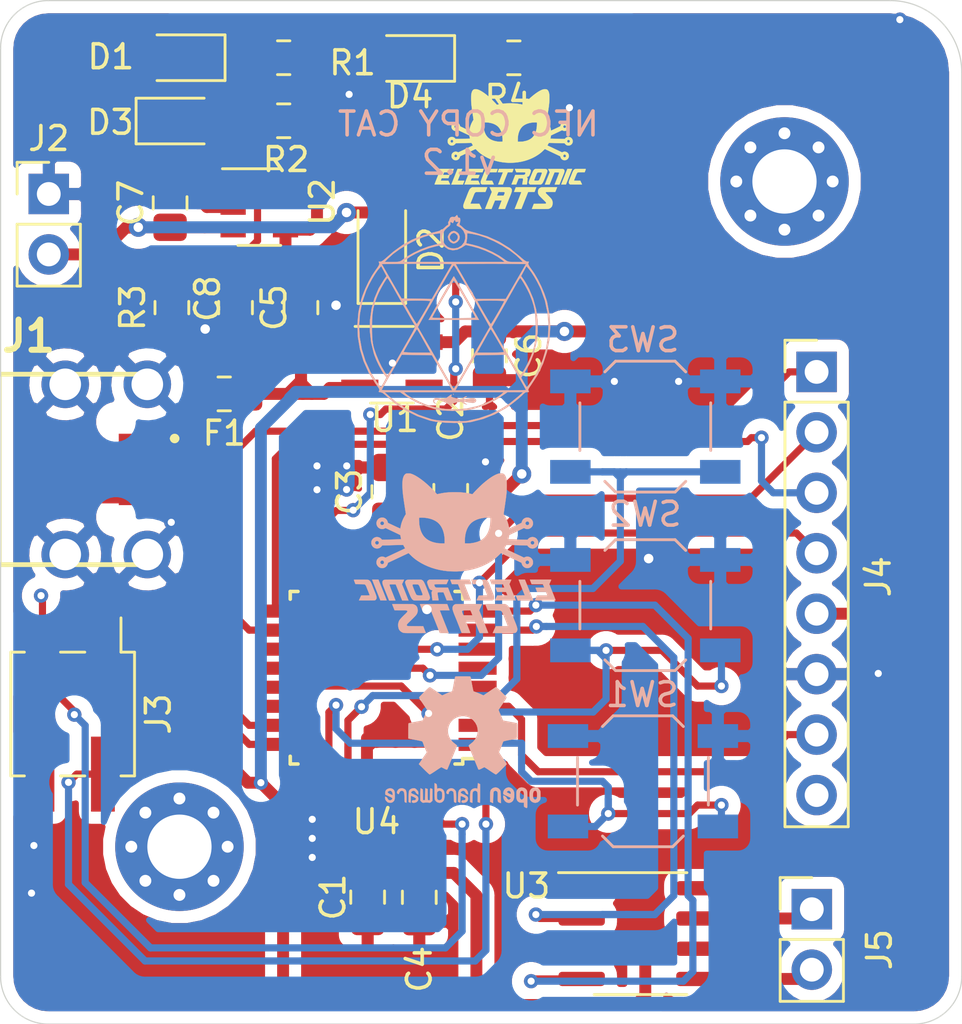
<source format=kicad_pcb>
(kicad_pcb (version 20171130) (host pcbnew "(5.1.0-0)")
  (layers (0 F.Cu signal hide) (31 B.Cu signal hide) (34 B.Paste user) (35 F.Paste user) (36 B.SilkS user) (37 F.SilkS user) (38 B.Mask user) (39 F.Mask user) (44 Edge.Cuts user))
  (net 0 "")
  (net 1 +3V3)
  (net 2 GND)
  (net 3 VCC)
  (net 4 "Net-(D1-Pad1)")
  (net 5 "Net-(D3-Pad1)")
  (net 6 "Net-(D3-Pad2)")
  (net 7 "Net-(F1-Pad2)")
  (net 8 /D-)
  (net 9 /D+)
  (net 10 "Net-(J1-Pad4)")
  (net 11 /SWDIO)
  (net 12 /SWCLK)
  (net 13 "/13(SCK)")
  (net 14 "/12(MISO)")
  (net 15 "/11(MOSI)")
  (net 16 "/10(SS)")
  (net 17 /IRQ)
  (net 18 /OUTA)
  (net 19 /OUTB)
  (net 20 "Net-(R3-Pad2)")
  (net 21 /RESET)
  (net 22 "Net-(U3-Pad1)")
  (net 23 /IN_A)
  (net 24 /IN_B)
  (net 25 "Net-(U3-Pad8)")
  (net 26 "Net-(U4-Pad1)")
  (net 27 "Net-(U4-Pad2)")
  (net 28 "Net-(U4-Pad4)")
  (net 29 "Net-(U4-Pad5)")
  (net 30 "Net-(U4-Pad6)")
  (net 31 "Net-(U4-Pad11)")
  (net 32 "Net-(U4-Pad12)")
  (net 33 "Net-(U4-Pad16)")
  (net 34 "Net-(U4-Pad21)")
  (net 35 "Net-(U4-Pad22)")
  (net 36 /SW1)
  (net 37 /SW2)
  (net 38 "Net-(J4-Pad8)")
  (net 39 "Net-(D4-Pad1)")
  (net 40 "Net-(C1-Pad1)")
  (net 41 +BATT)
  (net 42 /LED1)
  (net 43 /LED2)
  (net 44 /LED3)
  (module Connectors:U254051N4BH806 (layer F.Cu) (at 131.3815 68.8975 270)
    (fp_text reference J1 (at -5.6007 2.5019) (layer F.SilkS) (effects (font (size 1.27 1.27) (thickness 0.254))))
    (fp_text value USB_B_Micro hide)
    (pad 1 smd rect (at -1.3 -2.185 270) (size 0.4 1.8) (layers F.Cu F.Paste F.Mask) (net 7 "Net-(F1-Pad2)"))
    (pad 2 smd rect (at -0.65 -2.185 270) (size 0.4 1.8) (layers F.Cu F.Paste F.Mask) (net 8 /D-))
    (pad 3 smd rect (at 0 -2.185 270) (size 0.4 1.8) (layers F.Cu F.Paste F.Mask) (net 9 /D+))
    (pad 4 smd rect (at 0.65 -2.185 270) (size 0.4 1.8) (layers F.Cu F.Paste F.Mask) (net 10 "Net-(J1-Pad4)"))
    (pad 5 smd rect (at 1.3 -2.185 270) (size 0.4 1.8) (layers F.Cu F.Paste F.Mask) (net 2 GND))
    (pad 6 thru_hole circle (at -3.575 0.965 270) (size 2 2) (drill 1.3285) (layers *.Cu *.Mask) (net 2 GND))
    (pad 6 thru_hole circle (at 3.575 0.965 270) (size 2 2) (drill 1.3285) (layers *.Cu *.Mask) (net 2 GND))
    (pad 6 thru_hole circle (at 3.575 -2.485 270) (size 2 2) (drill 1.3285) (layers *.Cu *.Mask) (net 2 GND))
    (pad 6 thru_hole circle (at -3.575 -2.485 270) (size 2 2) (drill 1.3285) (layers *.Cu *.Mask) (net 2 GND))
    (pad MH5 np_thru_hole circle (at -2 -1.165 270) (size 0.65 0) (drill 0.65) (layers *.Cu *.Mask))
    (pad MH6 np_thru_hole circle (at 2 -1.165 270) (size 0.65 0) (drill 0.65) (layers *.Cu *.Mask))
  )
  (module Button_Switch_SMD:SW_SPST_TL3342 (layer B.Cu) (at 154.8 74.6)
    (fp_text reference SW2 (at -0.01 -3.82) (layer B.SilkS) (effects (justify mirror)))
    (fp_text value Magspoof)
    (pad 1 smd rect (at -3.15 1.9) (size 1.7 1) (layers B.Cu B.Paste B.Mask) (net 36 /SW1))
    (pad 1 smd rect (at 3.15 1.9) (size 1.7 1) (layers B.Cu B.Paste B.Mask) (net 36 /SW1))
    (pad 2 smd rect (at -3.15 -1.9) (size 1.7 1) (layers B.Cu B.Paste B.Mask) (net 2 GND))
    (pad 2 smd rect (at 3.15 -1.9) (size 1.7 1) (layers B.Cu B.Paste B.Mask) (net 2 GND))
  )
  (module Button_Switch_SMD:SW_SPST_TL3342 (layer B.Cu) (at 154.8 67.1)
    (fp_text reference SW3 (at -0.1 -3.65 180) (layer B.SilkS) (effects (justify mirror)))
    (fp_text value NFC)
    (pad 1 smd rect (at -3.15 1.9) (size 1.7 1) (layers B.Cu B.Paste B.Mask) (net 37 /SW2))
    (pad 1 smd rect (at 3.15 1.9) (size 1.7 1) (layers B.Cu B.Paste B.Mask) (net 37 /SW2))
    (pad 2 smd rect (at -3.15 -1.9) (size 1.7 1) (layers B.Cu B.Paste B.Mask) (net 2 GND))
    (pad 2 smd rect (at 3.15 -1.9) (size 1.7 1) (layers B.Cu B.Paste B.Mask) (net 2 GND))
  )
  (module Aesthetics:electronic_cats_logo_8x6 (layer B.Cu) (at 146.79 72.42 180)
    (fp_text reference G*** hide)
    (fp_text value LOGO hide)
  )
  (module Imágenes:alm (layer B.Cu) (at 146.68 62.58 180)
    (fp_text reference G*** hide)
    (fp_text value LOGO hide)
  )
  (module Symbol:OSHW-Logo2_7.3x6mm_SilkScreen (layer B.Cu) (at 147.13 80.35 180)
    (fp_text reference REF** hide)
    (fp_text value OSHW-Logo2_7.3x6mm_SilkScreen hide)
  )
  (module Aesthetics:electronic_cats_logo_4x3 (layer F.Cu) (at 149.12 55.44)
    (fp_text reference G*** hide)
    (fp_text value LOGO hide)
  )
  (module Package_QFP:TQFP-32_7x7mm_P0.8mm (layer F.Cu) (at 143.5 77.65 180)
    (fp_text reference U4 (at 0 -6.05) (layer F.SilkS))
    (fp_text value ATSAMD21E18A)
    (pad 1 smd rect (at -4.25 -2.8 180) (size 1.6 0.55) (layers F.Cu F.Paste F.Mask) (net 26 "Net-(U4-Pad1)"))
    (pad 2 smd rect (at -4.25 -2 180) (size 1.6 0.55) (layers F.Cu F.Paste F.Mask) (net 27 "Net-(U4-Pad2)"))
    (pad 3 smd rect (at -4.25 -1.2 180) (size 1.6 0.55) (layers F.Cu F.Paste F.Mask) (net 17 /IRQ))
    (pad 4 smd rect (at -4.25 -0.4 180) (size 1.6 0.55) (layers F.Cu F.Paste F.Mask) (net 28 "Net-(U4-Pad4)"))
    (pad 5 smd rect (at -4.25 0.4 180) (size 1.6 0.55) (layers F.Cu F.Paste F.Mask) (net 29 "Net-(U4-Pad5)"))
    (pad 6 smd rect (at -4.25 1.2 180) (size 1.6 0.55) (layers F.Cu F.Paste F.Mask) (net 30 "Net-(U4-Pad6)"))
    (pad 7 smd rect (at -4.25 2 180) (size 1.6 0.55) (layers F.Cu F.Paste F.Mask) (net 23 /IN_A))
    (pad 8 smd rect (at -4.25 2.8 180) (size 1.6 0.55) (layers F.Cu F.Paste F.Mask) (net 24 /IN_B))
    (pad 9 smd rect (at -2.8 4.25 270) (size 1.6 0.55) (layers F.Cu F.Paste F.Mask) (net 1 +3V3))
    (pad 10 smd rect (at -2 4.25 270) (size 1.6 0.55) (layers F.Cu F.Paste F.Mask) (net 2 GND))
    (pad 11 smd rect (at -1.2 4.25 270) (size 1.6 0.55) (layers F.Cu F.Paste F.Mask) (net 31 "Net-(U4-Pad11)"))
    (pad 12 smd rect (at -0.4 4.25 270) (size 1.6 0.55) (layers F.Cu F.Paste F.Mask) (net 32 "Net-(U4-Pad12)"))
    (pad 13 smd rect (at 0.4 4.25 270) (size 1.6 0.55) (layers F.Cu F.Paste F.Mask) (net 44 /LED3))
    (pad 14 smd rect (at 1.2 4.25 270) (size 1.6 0.55) (layers F.Cu F.Paste F.Mask) (net 43 /LED2))
    (pad 15 smd rect (at 2 4.25 270) (size 1.6 0.55) (layers F.Cu F.Paste F.Mask) (net 42 /LED1))
    (pad 16 smd rect (at 2.8 4.25 270) (size 1.6 0.55) (layers F.Cu F.Paste F.Mask) (net 33 "Net-(U4-Pad16)"))
    (pad 17 smd rect (at 4.25 2.8 180) (size 1.6 0.55) (layers F.Cu F.Paste F.Mask) (net 15 "/11(MOSI)"))
    (pad 18 smd rect (at 4.25 2 180) (size 1.6 0.55) (layers F.Cu F.Paste F.Mask) (net 13 "/13(SCK)"))
    (pad 19 smd rect (at 4.25 1.2 180) (size 1.6 0.55) (layers F.Cu F.Paste F.Mask) (net 16 "/10(SS)"))
    (pad 20 smd rect (at 4.25 0.4 180) (size 1.6 0.55) (layers F.Cu F.Paste F.Mask) (net 14 "/12(MISO)"))
    (pad 21 smd rect (at 4.25 -0.4 180) (size 1.6 0.55) (layers F.Cu F.Paste F.Mask) (net 34 "Net-(U4-Pad21)"))
    (pad 22 smd rect (at 4.25 -1.2 180) (size 1.6 0.55) (layers F.Cu F.Paste F.Mask) (net 35 "Net-(U4-Pad22)"))
    (pad 23 smd rect (at 4.25 -2 180) (size 1.6 0.55) (layers F.Cu F.Paste F.Mask) (net 8 /D-))
    (pad 24 smd rect (at 4.25 -2.8 180) (size 1.6 0.55) (layers F.Cu F.Paste F.Mask) (net 9 /D+))
    (pad 25 smd rect (at 2.8 -4.25 270) (size 1.6 0.55) (layers F.Cu F.Paste F.Mask) (net 36 /SW1))
    (pad 26 smd rect (at 2 -4.25 270) (size 1.6 0.55) (layers F.Cu F.Paste F.Mask) (net 21 /RESET))
    (pad 27 smd rect (at 1.2 -4.25 270) (size 1.6 0.55) (layers F.Cu F.Paste F.Mask) (net 37 /SW2))
    (pad 28 smd rect (at 0.4 -4.25 270) (size 1.6 0.55) (layers F.Cu F.Paste F.Mask) (net 2 GND))
    (pad 29 smd rect (at -0.4 -4.25 270) (size 1.6 0.55) (layers F.Cu F.Paste F.Mask) (net 40 "Net-(C1-Pad1)"))
    (pad 30 smd rect (at -1.2 -4.25 270) (size 1.6 0.55) (layers F.Cu F.Paste F.Mask) (net 1 +3V3))
    (pad 31 smd rect (at -2 -4.25 270) (size 1.6 0.55) (layers F.Cu F.Paste F.Mask) (net 12 /SWCLK))
    (pad 32 smd rect (at -2.8 -4.25 270) (size 1.6 0.55) (layers F.Cu F.Paste F.Mask) (net 11 /SWDIO))
  )
  (module Package_SO:SOIC-8_3.9x4.9mm_P1.27mm (layer F.Cu) (at 154.6 88.4)
    (fp_text reference U3 (at -4.8 -2) (layer F.SilkS))
    (fp_text value TC4424)
    (pad 1 smd roundrect (at -2.475 -1.905) (size 1.95 0.6) (layers F.Cu F.Paste F.Mask) (net 22 "Net-(U3-Pad1)"))
    (pad 2 smd roundrect (at -2.475 -0.635) (size 1.95 0.6) (layers F.Cu F.Paste F.Mask) (net 23 /IN_A))
    (pad 3 smd roundrect (at -2.475 0.635) (size 1.95 0.6) (layers F.Cu F.Paste F.Mask) (net 2 GND))
    (pad 4 smd roundrect (at -2.475 1.905) (size 1.95 0.6) (layers F.Cu F.Paste F.Mask) (net 24 /IN_B))
    (pad 5 smd roundrect (at 2.475 1.905) (size 1.95 0.6) (layers F.Cu F.Paste F.Mask) (net 19 /OUTB))
    (pad 6 smd roundrect (at 2.475 0.635) (size 1.95 0.6) (layers F.Cu F.Paste F.Mask) (net 1 +3V3))
    (pad 7 smd roundrect (at 2.475 -0.635) (size 1.95 0.6) (layers F.Cu F.Paste F.Mask) (net 18 /OUTA))
    (pad 8 smd roundrect (at 2.475 -1.905) (size 1.95 0.6) (layers F.Cu F.Paste F.Mask) (net 25 "Net-(U3-Pad8)"))
  )
  (module MountingHole:MountingHole_2.7mm_M2.5_Pad_Via (layer F.Cu) (at 160.65 56.8)
    (fp_text reference " " (at 0 -3.7) (layer F.SilkS))
    (fp_text value MountingHole_2.7mm_M2.5_Pad_Via)
    (pad 1 thru_hole circle (at 1.431891 -1.431891) (size 0.8 0.8) (drill 0.5) (layers *.Cu *.Mask))
    (pad 1 thru_hole circle (at 0 -2.025) (size 0.8 0.8) (drill 0.5) (layers *.Cu *.Mask))
    (pad 1 thru_hole circle (at -1.431891 -1.431891) (size 0.8 0.8) (drill 0.5) (layers *.Cu *.Mask))
    (pad 1 thru_hole circle (at -2.025 0) (size 0.8 0.8) (drill 0.5) (layers *.Cu *.Mask))
    (pad 1 thru_hole circle (at -1.431891 1.431891) (size 0.8 0.8) (drill 0.5) (layers *.Cu *.Mask))
    (pad 1 thru_hole circle (at 0 2.025) (size 0.8 0.8) (drill 0.5) (layers *.Cu *.Mask))
    (pad 1 thru_hole circle (at 1.431891 1.431891) (size 0.8 0.8) (drill 0.5) (layers *.Cu *.Mask))
    (pad 1 thru_hole circle (at 2.025 0) (size 0.8 0.8) (drill 0.5) (layers *.Cu *.Mask))
    (pad 1 thru_hole circle (at 0 0) (size 5.4 5.4) (drill 2.7) (layers *.Cu *.Mask))
  )
  (module MountingHole:MountingHole_2.7mm_M2.5_Pad_Via (layer F.Cu) (at 135.218109 84.75)
    (fp_text reference " " (at 0 -3.7) (layer F.SilkS))
    (fp_text value MountingHole_2.7mm_M2.5_Pad_Via)
    (pad 1 thru_hole circle (at 1.431891 -1.431891) (size 0.8 0.8) (drill 0.5) (layers *.Cu *.Mask))
    (pad 1 thru_hole circle (at 0 -2.025) (size 0.8 0.8) (drill 0.5) (layers *.Cu *.Mask))
    (pad 1 thru_hole circle (at -1.431891 -1.431891) (size 0.8 0.8) (drill 0.5) (layers *.Cu *.Mask))
    (pad 1 thru_hole circle (at -2.025 0) (size 0.8 0.8) (drill 0.5) (layers *.Cu *.Mask))
    (pad 1 thru_hole circle (at -1.431891 1.431891) (size 0.8 0.8) (drill 0.5) (layers *.Cu *.Mask))
    (pad 1 thru_hole circle (at 0 2.025) (size 0.8 0.8) (drill 0.5) (layers *.Cu *.Mask))
    (pad 1 thru_hole circle (at 1.431891 1.431891) (size 0.8 0.8) (drill 0.5) (layers *.Cu *.Mask))
    (pad 1 thru_hole circle (at 2.025 0) (size 0.8 0.8) (drill 0.5) (layers *.Cu *.Mask))
    (pad 1 thru_hole circle (at 0 0) (size 5.4 5.4) (drill 2.7) (layers *.Cu *.Mask))
  )
  (module Connector_PinHeader_2.54mm:PinHeader_1x08_P2.54mm_Vertical (layer F.Cu) (at 162 64.8)
    (fp_text reference J4 (at 2.592 8.606 90) (layer F.SilkS))
    (fp_text value "NFC Module V3")
    (pad 1 thru_hole rect (at 0 0) (size 1.7 1.7) (drill 1) (layers *.Cu *.Mask) (net 13 "/13(SCK)"))
    (pad 2 thru_hole oval (at 0 2.54) (size 1.7 1.7) (drill 1) (layers *.Cu *.Mask) (net 14 "/12(MISO)"))
    (pad 3 thru_hole oval (at 0 5.08) (size 1.7 1.7) (drill 1) (layers *.Cu *.Mask) (net 15 "/11(MOSI)"))
    (pad 4 thru_hole oval (at 0 7.62) (size 1.7 1.7) (drill 1) (layers *.Cu *.Mask) (net 16 "/10(SS)"))
    (pad 5 thru_hole oval (at 0 10.16) (size 1.7 1.7) (drill 1) (layers *.Cu *.Mask) (net 1 +3V3))
    (pad 6 thru_hole oval (at 0 12.7) (size 1.7 1.7) (drill 1) (layers *.Cu *.Mask) (net 2 GND))
    (pad 7 thru_hole oval (at 0 15.24) (size 1.7 1.7) (drill 1) (layers *.Cu *.Mask) (net 17 /IRQ))
    (pad 8 thru_hole oval (at 0 17.78) (size 1.7 1.7) (drill 1) (layers *.Cu *.Mask) (net 38 "Net-(J4-Pad8)"))
  )
  (module Capacitor_SMD:C_0805_2012Metric_Pad1.15x1.40mm_HandSolder (layer F.Cu) (at 143.129 86.868 270)
    (fp_text reference C1 (at 0 1.457 90) (layer F.SilkS))
    (fp_text value 0.1uf)
    (pad 1 smd roundrect (at -1.025 0 270) (size 1.15 1.4) (layers F.Cu F.Paste F.Mask) (roundrect_rratio 0.217391) (net 40 "Net-(C1-Pad1)"))
    (pad 2 smd roundrect (at 1.025 0 270) (size 1.15 1.4) (layers F.Cu F.Paste F.Mask) (roundrect_rratio 0.217391) (net 2 GND))
  )
  (module Capacitor_SMD:C_0805_2012Metric_Pad1.15x1.40mm_HandSolder (layer F.Cu) (at 146.6215 69.7865 90)
    (fp_text reference C2 (at 3.025 0 -90) (layer F.SilkS))
    (fp_text value 0.1uf)
    (pad 2 smd roundrect (at 1.025 0 90) (size 1.15 1.4) (layers F.Cu F.Paste F.Mask) (roundrect_rratio 0.217391) (net 2 GND))
    (pad 1 smd roundrect (at -1.025 0 90) (size 1.15 1.4) (layers F.Cu F.Paste F.Mask) (roundrect_rratio 0.217391) (net 1 +3V3))
  )
  (module Capacitor_SMD:C_0805_2012Metric_Pad1.15x1.40mm_HandSolder (layer F.Cu) (at 144.018 69.841 90)
    (fp_text reference C3 (at 0 -1.65 90) (layer F.SilkS))
    (fp_text value 0.1uf)
    (pad 1 smd roundrect (at -1.025 0 90) (size 1.15 1.4) (layers F.Cu F.Paste F.Mask) (roundrect_rratio 0.217391) (net 1 +3V3))
    (pad 2 smd roundrect (at 1.025 0 90) (size 1.15 1.4) (layers F.Cu F.Paste F.Mask) (roundrect_rratio 0.217391) (net 2 GND))
  )
  (module Capacitor_SMD:C_0805_2012Metric_Pad1.15x1.40mm_HandSolder (layer F.Cu) (at 145.3 86.875 270)
    (fp_text reference C4 (at 3.025 0 90) (layer F.SilkS))
    (fp_text value 0.1uf)
    (pad 2 smd roundrect (at 1.025 0 270) (size 1.15 1.4) (layers F.Cu F.Paste F.Mask) (roundrect_rratio 0.217391) (net 2 GND))
    (pad 1 smd roundrect (at -1.025 0 270) (size 1.15 1.4) (layers F.Cu F.Paste F.Mask) (roundrect_rratio 0.217391) (net 1 +3V3))
  )
  (module Capacitor_SMD:C_0805_2012Metric_Pad1.15x1.40mm_HandSolder (layer F.Cu) (at 140.325 62.1 90)
    (fp_text reference C5 (at 0 -1.133 90) (layer F.SilkS))
    (fp_text value 1uf)
    (pad 1 smd roundrect (at -1.025 0 90) (size 1.15 1.4) (layers F.Cu F.Paste F.Mask) (roundrect_rratio 0.217391) (net 3 VCC))
    (pad 2 smd roundrect (at 1.025 0 90) (size 1.15 1.4) (layers F.Cu F.Paste F.Mask) (roundrect_rratio 0.217391) (net 2 GND))
  )
  (module Capacitor_SMD:C_0805_2012Metric_Pad1.15x1.40mm_HandSolder (layer F.Cu) (at 148.25 64.125 270)
    (fp_text reference C6 (at 0 -1.65 90) (layer F.SilkS))
    (fp_text value 10uf)
    (pad 2 smd roundrect (at 1.025 0 270) (size 1.15 1.4) (layers F.Cu F.Paste F.Mask) (roundrect_rratio 0.217391) (net 2 GND))
    (pad 1 smd roundrect (at -1.025 0 270) (size 1.15 1.4) (layers F.Cu F.Paste F.Mask) (roundrect_rratio 0.217391) (net 1 +3V3))
  )
  (module Capacitor_SMD:C_0805_2012Metric_Pad1.15x1.40mm_HandSolder (layer F.Cu) (at 134.825 57.7 90)
    (fp_text reference C7 (at 0 -1.65 90) (layer F.SilkS))
    (fp_text value 10uf)
    (pad 2 smd roundrect (at 1.025 0 90) (size 1.15 1.4) (layers F.Cu F.Paste F.Mask) (roundrect_rratio 0.217391) (net 2 GND))
    (pad 1 smd roundrect (at -1.025 0 90) (size 1.15 1.4) (layers F.Cu F.Paste F.Mask) (roundrect_rratio 0.217391) (net 41 +BATT))
  )
  (module Capacitor_SMD:C_0805_2012Metric_Pad1.15x1.40mm_HandSolder (layer F.Cu) (at 137.575 62.1 270)
    (fp_text reference C8 (at -0.378 1.177 90) (layer F.SilkS))
    (fp_text value 10uf)
    (pad 1 smd roundrect (at -1.025 0 270) (size 1.15 1.4) (layers F.Cu F.Paste F.Mask) (roundrect_rratio 0.217391) (net 3 VCC))
    (pad 2 smd roundrect (at 1.025 0 270) (size 1.15 1.4) (layers F.Cu F.Paste F.Mask) (roundrect_rratio 0.217391) (net 2 GND))
  )
  (module LED_SMD:LED_0805_2012Metric_Pad1.15x1.40mm_HandSolder (layer F.Cu) (at 135.275 51.6 180)
    (fp_text reference D1 (at 2.941 0.038) (layer F.SilkS))
    (fp_text value POWER)
    (pad 1 smd roundrect (at -1.025 0 180) (size 1.15 1.4) (layers F.Cu F.Paste F.Mask) (roundrect_rratio 0.217391) (net 4 "Net-(D1-Pad1)"))
    (pad 2 smd roundrect (at 1.025 0 180) (size 1.15 1.4) (layers F.Cu F.Paste F.Mask) (roundrect_rratio 0.217391) (net 1 +3V3))
  )
  (module Diode_SMD:D_SOD-123 (layer F.Cu) (at 143.725 59.675 90)
    (fp_text reference D2 (at 0 2.071 90) (layer F.SilkS))
    (fp_text value MBR120)
    (pad 1 smd rect (at -1.65 0 90) (size 0.9 1.2) (layers F.Cu F.Paste F.Mask) (net 3 VCC))
    (pad 2 smd rect (at 1.65 0 90) (size 0.9 1.2) (layers F.Cu F.Paste F.Mask) (net 41 +BATT))
  )
  (module LED_SMD:LED_0805_2012Metric_Pad1.15x1.40mm_HandSolder (layer F.Cu) (at 135.255 54.26)
    (fp_text reference D3 (at -2.941 0.056) (layer F.SilkS))
    (fp_text value LED)
    (pad 2 smd roundrect (at 1.025 0) (size 1.15 1.4) (layers F.Cu F.Paste F.Mask) (roundrect_rratio 0.217391) (net 6 "Net-(D3-Pad2)"))
    (pad 1 smd roundrect (at -1.025 0) (size 1.15 1.4) (layers F.Cu F.Paste F.Mask) (roundrect_rratio 0.217391) (net 5 "Net-(D3-Pad1)"))
  )
  (module Fuse:Fuse_0805_2012Metric_Pad1.15x1.40mm_HandSolder (layer F.Cu) (at 137.1 65.725 180)
    (fp_text reference F1 (at 0 -1.65) (layer F.SilkS))
    (fp_text value Polyfuse)
    (pad 1 smd roundrect (at -1.025 0 180) (size 1.15 1.4) (layers F.Cu F.Paste F.Mask) (roundrect_rratio 0.217391) (net 3 VCC))
    (pad 2 smd roundrect (at 1.025 0 180) (size 1.15 1.4) (layers F.Cu F.Paste F.Mask) (roundrect_rratio 0.217391) (net 7 "Net-(F1-Pad2)"))
  )
  (module Connector_PinHeader_2.54mm:PinHeader_1x02_P2.54mm_Vertical (layer F.Cu) (at 129.725 57.325)
    (fp_text reference J2 (at 0 -2.33) (layer F.SilkS))
    (fp_text value Battery)
    (pad 1 thru_hole rect (at 0 0) (size 1.7 1.7) (drill 1) (layers *.Cu *.Mask) (net 2 GND))
    (pad 2 thru_hole oval (at 0 2.54) (size 1.7 1.7) (drill 1) (layers *.Cu *.Mask) (net 41 +BATT))
  )
  (module Connector_PinHeader_2.54mm:PinHeader_2x02_P2.54mm_Vertical_SMD (layer F.Cu) (at 130.73 79.175 270)
    (fp_text reference J3 (at 0 -3.6 90) (layer F.SilkS))
    (fp_text value Conn_02x02_Counter_Clockwise)
    (pad 1 smd rect (at -2.525 -1.27 270) (size 3.15 1) (layers F.Cu F.Paste F.Mask) (net 1 +3V3))
    (pad 2 smd rect (at 2.525 -1.27 270) (size 3.15 1) (layers F.Cu F.Paste F.Mask) (net 11 /SWDIO))
    (pad 3 smd rect (at -2.525 1.27 270) (size 3.15 1) (layers F.Cu F.Paste F.Mask) (net 12 /SWCLK))
    (pad 4 smd rect (at 2.525 1.27 270) (size 3.15 1) (layers F.Cu F.Paste F.Mask) (net 2 GND))
  )
  (module Connector_PinHeader_2.54mm:PinHeader_1x02_P2.54mm_Vertical (layer F.Cu) (at 161.798 87.376)
    (fp_text reference J5 (at 2.842 1.696 90) (layer F.SilkS))
    (fp_text value Conn_01x02)
    (pad 2 thru_hole oval (at 0 2.54) (size 1.7 1.7) (drill 1) (layers *.Cu *.Mask) (net 19 /OUTB))
    (pad 1 thru_hole rect (at 0 0) (size 1.7 1.7) (drill 1) (layers *.Cu *.Mask) (net 18 /OUTA))
  )
  (module Resistor_SMD:R_0805_2012Metric_Pad1.15x1.40mm_HandSolder (layer F.Cu) (at 139.6 51.6)
    (fp_text reference R1 (at 2.894 0.216) (layer F.SilkS))
    (fp_text value 330)
    (pad 1 smd roundrect (at -1.025 0) (size 1.15 1.4) (layers F.Cu F.Paste F.Mask) (roundrect_rratio 0.217391) (net 4 "Net-(D1-Pad1)"))
    (pad 2 smd roundrect (at 1.025 0) (size 1.15 1.4) (layers F.Cu F.Paste F.Mask) (roundrect_rratio 0.217391) (net 2 GND))
  )
  (module Resistor_SMD:R_0805_2012Metric_Pad1.15x1.40mm_HandSolder (layer F.Cu) (at 139.6 54.25 180)
    (fp_text reference R2 (at -0.1 -1.63) (layer F.SilkS))
    (fp_text value 1k)
    (pad 1 smd roundrect (at -1.025 0 180) (size 1.15 1.4) (layers F.Cu F.Paste F.Mask) (roundrect_rratio 0.217391) (net 3 VCC))
    (pad 2 smd roundrect (at 1.025 0 180) (size 1.15 1.4) (layers F.Cu F.Paste F.Mask) (roundrect_rratio 0.217391) (net 6 "Net-(D3-Pad2)"))
  )
  (module Resistor_SMD:R_0805_2012Metric_Pad1.15x1.40mm_HandSolder (layer F.Cu) (at 134.9 62.1 90)
    (fp_text reference R3 (at 0 -1.65 90) (layer F.SilkS))
    (fp_text value 2.2k)
    (pad 2 smd roundrect (at 1.025 0 90) (size 1.15 1.4) (layers F.Cu F.Paste F.Mask) (roundrect_rratio 0.217391) (net 20 "Net-(R3-Pad2)"))
    (pad 1 smd roundrect (at -1.025 0 90) (size 1.15 1.4) (layers F.Cu F.Paste F.Mask) (roundrect_rratio 0.217391) (net 2 GND))
  )
  (module Button_Switch_SMD:SW_SPST_TL3342 (layer B.Cu) (at 154.7 82)
    (fp_text reference SW1 (at -0.03 -3.64) (layer B.SilkS) (effects (justify mirror)))
    (fp_text value RST)
    (pad 1 smd rect (at -3.15 1.9) (size 1.7 1) (layers B.Cu B.Paste B.Mask) (net 21 /RESET))
    (pad 1 smd rect (at 3.15 1.9) (size 1.7 1) (layers B.Cu B.Paste B.Mask) (net 21 /RESET))
    (pad 2 smd rect (at -3.15 -1.9) (size 1.7 1) (layers B.Cu B.Paste B.Mask) (net 2 GND))
    (pad 2 smd rect (at 3.15 -1.9) (size 1.7 1) (layers B.Cu B.Paste B.Mask) (net 2 GND))
  )
  (module Package_TO_SOT_SMD:SOT-23-5_HandSoldering (layer F.Cu) (at 144.15 64.5)
    (fp_text reference U1 (at 0.122 2.302) (layer F.SilkS))
    (fp_text value AP2112K-3.3TRG1)
    (pad 1 smd rect (at -1.35 -0.95) (size 1.56 0.65) (layers F.Cu F.Paste F.Mask) (net 3 VCC))
    (pad 2 smd rect (at -1.35 0) (size 1.56 0.65) (layers F.Cu F.Paste F.Mask) (net 2 GND))
    (pad 3 smd rect (at -1.35 0.95) (size 1.56 0.65) (layers F.Cu F.Paste F.Mask) (net 3 VCC))
    (pad 4 smd rect (at 1.35 0.95) (size 1.56 0.65) (layers F.Cu F.Paste F.Mask))
    (pad 5 smd rect (at 1.35 -0.95) (size 1.56 0.65) (layers F.Cu F.Paste F.Mask) (net 1 +3V3))
  )
  (module Package_TO_SOT_SMD:SOT-23-5 (layer F.Cu) (at 138.575 57.875)
    (fp_text reference U2 (at 2.649 -0.217 90) (layer F.SilkS))
    (fp_text value MCP73831-2-OT)
    (pad 1 smd rect (at -1.1 -0.95) (size 1.06 0.65) (layers F.Cu F.Paste F.Mask) (net 5 "Net-(D3-Pad1)"))
    (pad 2 smd rect (at -1.1 0) (size 1.06 0.65) (layers F.Cu F.Paste F.Mask) (net 2 GND))
    (pad 3 smd rect (at -1.1 0.95) (size 1.06 0.65) (layers F.Cu F.Paste F.Mask) (net 41 +BATT))
    (pad 4 smd rect (at 1.1 0.95) (size 1.06 0.65) (layers F.Cu F.Paste F.Mask) (net 3 VCC))
    (pad 5 smd rect (at 1.1 -0.95) (size 1.06 0.65) (layers F.Cu F.Paste F.Mask) (net 20 "Net-(R3-Pad2)"))
  )
  (module LED_SMD:LED_0805_2012Metric_Pad1.15x1.40mm_HandSolder (layer F.Cu) (at 144.925 51.63 180)
    (fp_text reference D4 (at 0.015 -1.57) (layer F.SilkS))
    (fp_text value LED)
    (pad 1 smd roundrect (at -1.025 0 180) (size 1.15 1.4) (layers F.Cu F.Paste F.Mask) (roundrect_rratio 0.217391) (net 39 "Net-(D4-Pad1)"))
    (pad 2 smd roundrect (at 1.025 0 180) (size 1.15 1.4) (layers F.Cu F.Paste F.Mask) (roundrect_rratio 0.217391) (net 42 /LED1))
  )
  (module Resistor_SMD:R_0805_2012Metric_Pad1.15x1.40mm_HandSolder (layer F.Cu) (at 149.275001 51.605001)
    (fp_text reference R4 (at -0.255001 1.664999) (layer F.SilkS))
    (fp_text value 330)
    (pad 1 smd roundrect (at -1.025 0) (size 1.15 1.4) (layers F.Cu F.Paste F.Mask) (roundrect_rratio 0.217391) (net 39 "Net-(D4-Pad1)"))
    (pad 2 smd roundrect (at 1.025 0) (size 1.15 1.4) (layers F.Cu F.Paste F.Mask) (roundrect_rratio 0.217391) (net 2 GND))
  )
  (gr_text "NFC COPY CAT \nv1.2" (at 146.98 55.19) (layer B.SilkS) (effects (font (size 1 1)) (justify mirror)))
  (gr_arc (start 129.7 90.2) (end 127.7 90.2) (angle -90) (layer Edge.Cuts) (width 0.05))
  (gr_arc (start 166.1 90.2) (end 166.1 92.2) (angle -90) (layer Edge.Cuts) (width 0.05))
  (gr_arc (start 129.7 51.2) (end 129.7 49.2) (angle -90) (layer Edge.Cuts) (width 0.05))
  (gr_arc (start 165.1 52.2) (end 168.1 52.2) (angle -90) (layer Edge.Cuts) (width 0.05))
  (gr_line (start 168.1 52.2) (end 168.1 90.2) (layer Edge.Cuts) (width 0.05))
  (gr_line (start 129.7 49.2) (end 165.1 49.2) (layer Edge.Cuts) (width 0.05))
  (gr_line (start 127.7 90.2) (end 127.7 51.2) (layer Edge.Cuts) (width 0.05))
  (gr_line (start 166.1 92.2) (end 129.7 92.2) (layer Edge.Cuts) (width 0.05))
  (segment (start 147.23 63.1) (end 148.25 63.1) (width 0.5) (layer F.Cu) (net 1))
  (segment (start 145.5 63.55) (end 146.78 63.55) (width 0.5) (layer F.Cu) (net 1))
  (segment (start 146.78 63.55) (end 147.23 63.1) (width 0.5) (layer F.Cu) (net 1))
  (segment (start 148.59 70.104) (end 147.944 70.75) (width 0.5) (layer F.Cu) (net 1))
  (segment (start 147.944 70.75) (end 146.625 70.75) (width 0.5) (layer F.Cu) (net 1))
  (segment (start 146.509 70.866) (end 146.625 70.75) (width 0.5) (layer F.Cu) (net 1))
  (segment (start 144.018 70.866) (end 146.509 70.866) (width 0.5) (layer F.Cu) (net 1))
  (segment (start 146.625 70.75) (end 146.625 71.561) (width 0.5) (layer F.Cu) (net 1))
  (segment (start 146.3 71.886) (end 146.3 73.4) (width 0.5) (layer F.Cu) (net 1))
  (segment (start 146.625 71.561) (end 146.3 71.886) (width 0.5) (layer F.Cu) (net 1))
  (segment (start 148.25 63.1) (end 149.206 63.1) (width 0.5) (layer F.Cu) (net 1))
  (segment (start 155.2 61.5) (end 154.451 62.249) (width 0.5) (layer F.Cu) (net 1))
  (segment (start 154.451 62.249) (end 154.324 62.376) (width 0.5) (layer F.Cu) (net 1))
  (segment (start 154.324 62.376) (end 153.6 63.1) (width 0.5) (layer F.Cu) (net 1))
  (segment (start 155.2 62.224) (end 155.048 62.376) (width 0.5) (layer F.Cu) (net 1))
  (segment (start 155.2 61.5) (end 155.2 62.224) (width 0.5) (layer F.Cu) (net 1))
  (segment (start 155.048 62.376) (end 154.324 62.376) (width 0.5) (layer F.Cu) (net 1))
  (segment (start 155.226 61.5) (end 156.102 62.376) (width 0.5) (layer F.Cu) (net 1))
  (segment (start 155.2 61.5) (end 155.226 61.5) (width 0.5) (layer F.Cu) (net 1))
  (segment (start 156.102 62.376) (end 155.048 62.376) (width 0.5) (layer F.Cu) (net 1))
  (via (at 149.606 69.088) (size 0.8) (drill 0.4) (layers F.Cu B.Cu) (net 1))
  (segment (start 148.59 70.104) (end 149.606 69.088) (width 0.5) (layer F.Cu) (net 1))
  (segment (start 149.244 63.1) (end 149.244 63.138) (width 0.5) (layer F.Cu) (net 1))
  (segment (start 149.968 63.1) (end 149.244 63.1) (width 0.5) (layer F.Cu) (net 1))
  (segment (start 149.244 63.1) (end 148.25 63.1) (width 0.5) (layer F.Cu) (net 1))
  (segment (start 150.514 63.1) (end 149.968 63.1) (width 0.5) (layer F.Cu) (net 1))
  (segment (start 134.25 51.6) (end 135.60001 50.24999) (width 0.5) (layer F.Cu) (net 1))
  (segment (start 135.60001 50.24999) (end 153.44999 50.24999) (width 0.5) (layer F.Cu) (net 1))
  (segment (start 153.44999 50.24999) (end 155.2 52) (width 0.5) (layer F.Cu) (net 1))
  (segment (start 155.2 52) (end 155.2 61.5) (width 0.5) (layer F.Cu) (net 1))
  (segment (start 162 74.96) (end 163.8 74.96) (width 0.5) (layer F.Cu) (net 1))
  (segment (start 163.8 74.96) (end 165.1 73.66) (width 0.5) (layer F.Cu) (net 1))
  (segment (start 165.1 73.66) (end 165.1 62.992) (width 0.5) (layer F.Cu) (net 1))
  (segment (start 164.484 62.376) (end 161.906 62.376) (width 0.5) (layer F.Cu) (net 1))
  (segment (start 165.1 62.992) (end 164.484 62.376) (width 0.5) (layer F.Cu) (net 1))
  (segment (start 161.906 62.376) (end 156.102 62.376) (width 0.5) (layer F.Cu) (net 1))
  (segment (start 157.075 89.035) (end 155.365 89.035) (width 0.5) (layer F.Cu) (net 1))
  (segment (start 155.365 89.035) (end 154.8 89.6) (width 0.5) (layer F.Cu) (net 1))
  (segment (start 154.8 89.6) (end 154.8 91) (width 0.5) (layer F.Cu) (net 1))
  (segment (start 154.8 91) (end 154.4 91.4) (width 0.5) (layer F.Cu) (net 1))
  (segment (start 154.4 91.4) (end 148.2 91.4) (width 0.5) (layer F.Cu) (net 1))
  (segment (start 147.7 90.9) (end 148.2 91.4) (width 0.5) (layer F.Cu) (net 1))
  (via (at 138.64 82.06) (size 0.6) (drill 0.3) (layers F.Cu B.Cu) (net 1))
  (segment (start 138.64 67.16) (end 138.64 82.06) (width 0.5) (layer B.Cu) (net 1))
  (segment (start 140.014 65.786) (end 138.64 67.16) (width 0.5) (layer B.Cu) (net 1))
  (via (at 151.4 63.1) (size 0.8) (drill 0.4) (layers F.Cu B.Cu) (net 1))
  (segment (start 148.25 63.1) (end 151.4 63.1) (width 0.5) (layer F.Cu) (net 1))
  (segment (start 153.6 63.1) (end 151.4 63.1) (width 0.5) (layer F.Cu) (net 1))
  (segment (start 151.4 63.1) (end 150.514 63.1) (width 0.5) (layer F.Cu) (net 1))
  (segment (start 149.606 63.694) (end 150.2 63.1) (width 0.5) (layer B.Cu) (net 1))
  (segment (start 151.4 63.1) (end 150.2 63.1) (width 0.5) (layer B.Cu) (net 1))
  (segment (start 149.606 69.088) (end 149.606 66.394) (width 0.5) (layer B.Cu) (net 1))
  (segment (start 149.606 66.394) (end 149.606 66.04) (width 0.5) (layer B.Cu) (net 1))
  (segment (start 139.575 90.875) (end 140.1 91.4) (width 0.5) (layer F.Cu) (net 1))
  (segment (start 139.575 82.995) (end 139.575 90.875) (width 0.5) (layer F.Cu) (net 1))
  (segment (start 138.64 82.06) (end 139.575 82.995) (width 0.5) (layer F.Cu) (net 1))
  (segment (start 147.2 91.4) (end 147.7 90.9) (width 0.5) (layer F.Cu) (net 1))
  (segment (start 140.1 91.4) (end 147.2 91.4) (width 0.5) (layer F.Cu) (net 1))
  (segment (start 147.2 91.4) (end 148.2 91.4) (width 0.5) (layer F.Cu) (net 1))
  (segment (start 133.481386 76.65) (end 134.415693 77.584307) (width 0.5) (layer F.Cu) (net 1))
  (segment (start 138.091386 82.06) (end 138.64 82.06) (width 0.5) (layer F.Cu) (net 1))
  (segment (start 134.415693 80.415693) (end 134.415693 77.584307) (width 0.5) (layer F.Cu) (net 1))
  (segment (start 134.884307 80.884307) (end 134.415693 80.415693) (width 0.5) (layer F.Cu) (net 1))
  (segment (start 136.915693 80.884307) (end 134.884307 80.884307) (width 0.5) (layer F.Cu) (net 1))
  (segment (start 136.915693 80.884307) (end 138.091386 82.06) (width 0.5) (layer F.Cu) (net 1))
  (segment (start 132 76.65) (end 133.481386 76.65) (width 0.5) (layer F.Cu) (net 1))
  (segment (start 144.7 81.9) (end 144.7 84.275) (width 0.3) (layer F.Cu) (net 1))
  (segment (start 145.3 85.175) (end 145.3 84.875) (width 0.5) (layer F.Cu) (net 1))
  (segment (start 145.3 85.85) (end 145.3 85.175) (width 0.5) (layer F.Cu) (net 1))
  (segment (start 145.3 84.875) (end 144.7 84.275) (width 0.5) (layer F.Cu) (net 1))
  (segment (start 146.75 85.85) (end 147.7 86.8) (width 0.5) (layer F.Cu) (net 1))
  (segment (start 147.7 86.8) (end 147.7 90.9) (width 0.5) (layer F.Cu) (net 1))
  (segment (start 145.3 85.85) (end 146.75 85.85) (width 0.5) (layer F.Cu) (net 1))
  (segment (start 149.606 65.294) (end 149.606 63.694) (width 0.5) (layer B.Cu) (net 1))
  (segment (start 149.606 66.394) (end 149.606 65.994) (width 0.5) (layer B.Cu) (net 1))
  (segment (start 149.606 65.994) (end 149.606 65.294) (width 0.5) (layer B.Cu) (net 1))
  (segment (start 149.512 65.9) (end 149.606 65.994) (width 0.5) (layer B.Cu) (net 1))
  (segment (start 149.1 65.8) (end 149.606 65.294) (width 0.5) (layer B.Cu) (net 1))
  (segment (start 149.1 65.9) (end 149.1 65.8) (width 0.5) (layer B.Cu) (net 1))
  (segment (start 149.1 65.9) (end 149.512 65.9) (width 0.5) (layer B.Cu) (net 1))
  (segment (start 149.112 65.9) (end 149.606 66.394) (width 0.5) (layer B.Cu) (net 1))
  (segment (start 149.1 65.9) (end 149.112 65.9) (width 0.5) (layer B.Cu) (net 1))
  (segment (start 139.854 65.9) (end 140.113033 65.640967) (width 0.5) (layer B.Cu) (net 1))
  (segment (start 140.113033 65.640967) (end 148.840967 65.640967) (width 0.5) (layer B.Cu) (net 1))
  (segment (start 148.840967 65.640967) (end 149.1 65.9) (width 0.5) (layer B.Cu) (net 1))
  (segment (start 136.375 57.875) (end 137.475 57.875) (width 0.5) (layer F.Cu) (net 2))
  (segment (start 140.325 61.075) (end 141.925 61.075) (width 0.5) (layer F.Cu) (net 2))
  (segment (start 141.925 61.075) (end 142.2 60.8) (width 0.5) (layer F.Cu) (net 2))
  (segment (start 142.2 60.8) (end 142.2 60.4) (width 0.5) (layer F.Cu) (net 2))
  (segment (start 142.2 60.4) (end 142.5 60.1) (width 0.5) (layer F.Cu) (net 2))
  (segment (start 144.360002 60.1) (end 144.9 60.639998) (width 0.5) (layer F.Cu) (net 2))
  (segment (start 142.5 60.1) (end 144.360002 60.1) (width 0.5) (layer F.Cu) (net 2))
  (segment (start 144.9 60.639998) (end 144.9 62.4) (width 0.5) (layer F.Cu) (net 2))
  (segment (start 144.9 62.4) (end 144.2 63.1) (width 0.5) (layer F.Cu) (net 2))
  (segment (start 144.2 63.1) (end 144.2 64.4) (width 0.5) (layer F.Cu) (net 2))
  (segment (start 144.08 64.5) (end 142.8 64.5) (width 0.5) (layer F.Cu) (net 2))
  (segment (start 144.1 64.5) (end 144.08 64.5) (width 0.5) (layer F.Cu) (net 2))
  (segment (start 144.2 64.4) (end 144.17 64.43) (width 0.5) (layer F.Cu) (net 2))
  (via (at 136.3 63) (size 0.8) (drill 0.4) (layers F.Cu B.Cu) (net 2))
  (via (at 141.8 62) (size 0.8) (drill 0.4) (layers F.Cu B.Cu) (net 2))
  (segment (start 144.17 64.43) (end 144.1 64.5) (width 0.5) (layer F.Cu) (net 2))
  (via (at 144.17 64.43) (size 0.6) (drill 0.3) (layers F.Cu B.Cu) (net 2))
  (via (at 145.62 74.78) (size 0.8) (drill 0.4) (layers F.Cu B.Cu) (net 2))
  (segment (start 145.5 73.4) (end 145.5 74.66) (width 0.5) (layer F.Cu) (net 2))
  (segment (start 145.5 74.66) (end 145.62 74.78) (width 0.5) (layer F.Cu) (net 2))
  (segment (start 134.825 56.675) (end 135.923 56.675) (width 0.5) (layer F.Cu) (net 2))
  (segment (start 136.151 56.903) (end 136.151 57.651) (width 0.5) (layer F.Cu) (net 2))
  (segment (start 135.923 56.675) (end 136.151 56.903) (width 0.5) (layer F.Cu) (net 2))
  (segment (start 136.151 57.651) (end 136.375 57.875) (width 0.5) (layer F.Cu) (net 2))
  (via (at 142.25 68.75) (size 0.6) (drill 0.3) (layers F.Cu B.Cu) (net 2))
  (segment (start 142.45 68.95) (end 142.25 68.75) (width 0.3) (layer B.Cu) (net 2))
  (via (at 141 68.75) (size 0.6) (drill 0.3) (layers F.Cu B.Cu) (net 2))
  (segment (start 142.25 68.75) (end 141 68.75) (width 0.3) (layer F.Cu) (net 2))
  (via (at 141 69.75) (size 0.6) (drill 0.3) (layers F.Cu B.Cu) (net 2))
  (segment (start 141 68.75) (end 141 69.75) (width 0.3) (layer B.Cu) (net 2))
  (via (at 165.5 50) (size 0.6) (drill 0.3) (layers F.Cu B.Cu) (net 2))
  (via (at 148.082 68.58) (size 0.6) (drill 0.3) (layers F.Cu B.Cu) (net 2))
  (segment (start 148.25 66.208) (end 148.336 66.294) (width 0.3) (layer F.Cu) (net 2))
  (segment (start 148.25 65.15) (end 148.25 66.208) (width 0.3) (layer F.Cu) (net 2))
  (segment (start 151.65 65.2) (end 151.65 66.028) (width 0.3) (layer F.Cu) (net 2))
  (via (at 134.874 71.12) (size 0.6) (drill 0.3) (layers F.Cu B.Cu) (net 2))
  (via (at 154.94 72.644) (size 0.8) (drill 0.4) (layers F.Cu B.Cu) (net 2))
  (via (at 164.592 77.47) (size 0.6) (drill 0.3) (layers F.Cu B.Cu) (net 2))
  (segment (start 162 77.5) (end 164.562 77.5) (width 0.3) (layer F.Cu) (net 2))
  (segment (start 164.562 77.5) (end 164.592 77.47) (width 0.3) (layer F.Cu) (net 2))
  (segment (start 143.1 81.9) (end 143.1 80.193996) (width 0.5) (layer F.Cu) (net 2))
  (via (at 156.2 65.2) (size 0.6) (drill 0.3) (layers F.Cu B.Cu) (net 2))
  (segment (start 157.95 65.2) (end 156.2 65.2) (width 0.3) (layer F.Cu) (net 2))
  (via (at 153.5 65.2) (size 0.6) (drill 0.3) (layers F.Cu B.Cu) (net 2))
  (segment (start 151.65 65.2) (end 153.5 65.2) (width 0.3) (layer F.Cu) (net 2))
  (segment (start 133.975 70.175) (end 131.975 70.175) (width 0.3) (layer F.Cu) (net 2))
  (via (at 129.1 84.7) (size 0.6) (drill 0.3) (layers F.Cu B.Cu) (net 2))
  (segment (start 129.46 81.7) (end 129.46 84.34) (width 0.3) (layer F.Cu) (net 2))
  (segment (start 129.46 84.34) (end 129.1 84.7) (width 0.3) (layer F.Cu) (net 2))
  (via (at 129 86.7) (size 0.6) (drill 0.3) (layers F.Cu B.Cu) (net 2))
  (segment (start 129.1 84.7) (end 129.1 86.6) (width 0.3) (layer B.Cu) (net 2))
  (segment (start 129.1 86.6) (end 129 86.7) (width 0.3) (layer B.Cu) (net 2))
  (segment (start 143.1 81.9) (end 143.1 80.4) (width 0.3) (layer F.Cu) (net 2))
  (segment (start 143.1 80.4) (end 144 79.5) (width 0.3) (layer F.Cu) (net 2))
  (segment (start 144 79.5) (end 144.1 79.5) (width 0.3) (layer F.Cu) (net 2))
  (segment (start 143.1 81.9) (end 143.1 83) (width 0.3) (layer F.Cu) (net 2))
  (segment (start 143.1 83) (end 142.6 83.5) (width 0.3) (layer F.Cu) (net 2))
  (segment (start 142.6 83.5) (end 141.2 83.5) (width 0.3) (layer F.Cu) (net 2))
  (via (at 140.8 83.6) (size 0.6) (drill 0.3) (layers F.Cu B.Cu) (net 2))
  (segment (start 143.1 83) (end 142.5 83.6) (width 0.3) (layer F.Cu) (net 2))
  (segment (start 142.5 83.6) (end 140.8 83.6) (width 0.3) (layer F.Cu) (net 2))
  (via (at 140.8 84.4) (size 0.6) (drill 0.3) (layers F.Cu B.Cu) (net 2))
  (segment (start 140.8 83.6) (end 140.8 84.4) (width 0.3) (layer B.Cu) (net 2))
  (via (at 140.8 85.2) (size 0.6) (drill 0.3) (layers F.Cu B.Cu) (net 2))
  (segment (start 140.8 84.4) (end 140.8 85.2) (width 0.3) (layer F.Cu) (net 2))
  (via (at 142.243824 69.743824) (size 0.6) (drill 0.3) (layers F.Cu B.Cu) (net 2))
  (segment (start 141 69.75) (end 142.237648 69.75) (width 0.3) (layer F.Cu) (net 2))
  (segment (start 142.237648 69.75) (end 142.243824 69.743824) (width 0.3) (layer F.Cu) (net 2))
  (via (at 142.35 53.14) (size 0.6) (drill 0.3) (layers F.Cu B.Cu) (net 2))
  (via (at 151.61 53.7) (size 0.6) (drill 0.3) (layers F.Cu B.Cu) (net 2))
  (segment (start 138.775 61.075) (end 139 61.3) (width 0.5) (layer F.Cu) (net 3))
  (segment (start 140.325 63.125) (end 139.225 63.125) (width 0.5) (layer F.Cu) (net 3))
  (segment (start 139.225 63.125) (end 139 62.9) (width 0.5) (layer F.Cu) (net 3))
  (segment (start 140.705 58.825) (end 140.8 58.73) (width 0.5) (layer F.Cu) (net 3))
  (segment (start 139.675 58.825) (end 140.705 58.825) (width 0.5) (layer F.Cu) (net 3))
  (segment (start 141 58.53) (end 140.705 58.825) (width 0.5) (layer F.Cu) (net 3))
  (segment (start 141 56.7) (end 141 58.53) (width 0.5) (layer F.Cu) (net 3))
  (segment (start 140.6 56.3) (end 141 56.7) (width 0.5) (layer F.Cu) (net 3))
  (segment (start 140.6 55.075) (end 140.6 56.3) (width 0.5) (layer F.Cu) (net 3))
  (segment (start 140.625 54.25) (end 140.625 55.05) (width 0.5) (layer F.Cu) (net 3))
  (segment (start 140.625 55.05) (end 140.6 55.075) (width 0.5) (layer F.Cu) (net 3))
  (segment (start 139.675 58.975) (end 139.675 58.825) (width 0.5) (layer F.Cu) (net 3))
  (segment (start 139.675 58.825) (end 139.675 59.65) (width 0.5) (layer F.Cu) (net 3))
  (segment (start 139.675 59.65) (end 139 60.325) (width 0.5) (layer F.Cu) (net 3))
  (segment (start 138.693 61.075) (end 139 60.768) (width 0.5) (layer F.Cu) (net 3))
  (segment (start 138.315 61.075) (end 138.693 61.075) (width 0.5) (layer F.Cu) (net 3))
  (segment (start 139 60.768) (end 139 61.3) (width 0.5) (layer F.Cu) (net 3))
  (segment (start 139 60.325) (end 139 60.768) (width 0.5) (layer F.Cu) (net 3))
  (segment (start 137.575 61.075) (end 138.315 61.075) (width 0.5) (layer F.Cu) (net 3))
  (segment (start 138.315 61.075) (end 138.775 61.075) (width 0.5) (layer F.Cu) (net 3))
  (segment (start 138.545 61.075) (end 139 61.53) (width 0.5) (layer F.Cu) (net 3))
  (segment (start 138.315 61.075) (end 138.545 61.075) (width 0.5) (layer F.Cu) (net 3))
  (segment (start 139 62.9) (end 139 61.53) (width 0.5) (layer F.Cu) (net 3))
  (segment (start 139 61.53) (end 139 61.3) (width 0.5) (layer F.Cu) (net 3))
  (segment (start 142.8 62.25) (end 143.725 61.325) (width 0.5) (layer F.Cu) (net 3))
  (segment (start 142.8 63.55) (end 142.8 62.25) (width 0.5) (layer F.Cu) (net 3))
  (segment (start 140.325 65.175) (end 140.325 63.125) (width 0.5) (layer F.Cu) (net 3))
  (segment (start 139.775 65.725) (end 140.325 65.175) (width 0.5) (layer F.Cu) (net 3))
  (segment (start 140.325 65.649) (end 140.401 65.725) (width 0.5) (layer F.Cu) (net 3))
  (segment (start 138.125 65.725) (end 140.401 65.725) (width 0.5) (layer F.Cu) (net 3))
  (segment (start 141.285 65.725) (end 141.534999 65.475001) (width 0.5) (layer F.Cu) (net 3))
  (segment (start 141.534999 65.475001) (end 142.8 65.475001) (width 0.5) (layer F.Cu) (net 3))
  (segment (start 140.325 65.273) (end 140.777 65.725) (width 0.5) (layer F.Cu) (net 3))
  (segment (start 140.325 65.161) (end 140.325 65.273) (width 0.5) (layer F.Cu) (net 3))
  (segment (start 140.777 65.725) (end 141.285 65.725) (width 0.5) (layer F.Cu) (net 3))
  (segment (start 140.401 65.725) (end 140.777 65.725) (width 0.5) (layer F.Cu) (net 3))
  (segment (start 140.325 63.125) (end 140.325 65.161) (width 0.5) (layer F.Cu) (net 3))
  (segment (start 140.325 65.161) (end 140.325 65.649) (width 0.5) (layer F.Cu) (net 3))
  (segment (start 141.125 63.125) (end 141.524999 63.524999) (width 0.5) (layer F.Cu) (net 3))
  (segment (start 140.325 63.125) (end 141.125 63.125) (width 0.5) (layer F.Cu) (net 3))
  (segment (start 141.524999 63.524999) (end 142.8 63.524999) (width 0.5) (layer F.Cu) (net 3))
  (segment (start 138.475 51.5) (end 138.575 51.6) (width 0.3) (layer F.Cu) (net 4))
  (segment (start 136.3 51.6) (end 138.575 51.6) (width 0.3) (layer F.Cu) (net 4))
  (segment (start 137.475 55.941) (end 137.475 56.925) (width 0.3) (layer F.Cu) (net 5))
  (segment (start 137.034 55.5) (end 137.475 55.941) (width 0.3) (layer F.Cu) (net 5))
  (segment (start 134.5 55.5) (end 137.034 55.5) (width 0.3) (layer F.Cu) (net 5))
  (segment (start 134.25 54.3) (end 134.25 55.25) (width 0.3) (layer F.Cu) (net 5))
  (segment (start 134.25 55.25) (end 134.5 55.5) (width 0.3) (layer F.Cu) (net 5))
  (segment (start 136.35 54.25) (end 136.3 54.3) (width 0.3) (layer F.Cu) (net 6))
  (segment (start 138.575 54.25) (end 136.35 54.25) (width 0.3) (layer F.Cu) (net 6))
  (segment (start 133.975 67.575) (end 135.425 67.575) (width 0.3) (layer F.Cu) (net 7))
  (segment (start 136.075 66.925) (end 136.075 65.725) (width 0.3) (layer F.Cu) (net 7))
  (segment (start 135.425 67.575) (end 136.075 66.925) (width 0.3) (layer F.Cu) (net 7))
  (segment (start 136.550011 69.272178) (end 135.502832 68.225) (width 0.3) (layer F.Cu) (net 8))
  (segment (start 135.502832 68.225) (end 134.925 68.225) (width 0.3) (layer F.Cu) (net 8))
  (segment (start 136.550011 78.050011) (end 136.550011 69.272178) (width 0.3) (layer F.Cu) (net 8))
  (segment (start 134.925 68.225) (end 133.975 68.225) (width 0.3) (layer F.Cu) (net 8))
  (segment (start 138.15 79.65) (end 136.550011 78.050011) (width 0.3) (layer F.Cu) (net 8))
  (segment (start 139.25 79.65) (end 138.15 79.65) (width 0.3) (layer F.Cu) (net 8))
  (segment (start 138.15 80.45) (end 139.25 80.45) (width 0.3) (layer F.Cu) (net 9))
  (segment (start 136 78.3) (end 138.15 80.45) (width 0.3) (layer F.Cu) (net 9))
  (segment (start 136 69.5) (end 136 78.3) (width 0.3) (layer F.Cu) (net 9))
  (segment (start 135.375 68.875) (end 136 69.5) (width 0.3) (layer F.Cu) (net 9))
  (segment (start 133.975 68.875) (end 135.375 68.875) (width 0.3) (layer F.Cu) (net 9))
  (segment (start 146.5 82.1) (end 146.3 81.9) (width 0.3) (layer F.Cu) (net 11))
  (segment (start 147.3 82.1) (end 146.5 82.1) (width 0.3) (layer F.Cu) (net 11))
  (segment (start 147.3 82.1) (end 147.9 82.1) (width 0.3) (layer F.Cu) (net 11))
  (segment (start 148.1 82.3) (end 148.1 83.8) (width 0.3) (layer F.Cu) (net 11))
  (segment (start 147.9 82.1) (end 148.1 82.3) (width 0.3) (layer F.Cu) (net 11))
  (segment (start 140.318763 89.550011) (end 145.549989 89.550011) (width 0.3) (layer B.Cu) (net 11))
  (segment (start 130.555029 86.332862) (end 133.772178 89.550011) (width 0.3) (layer B.Cu) (net 11))
  (segment (start 130.555029 82.044973) (end 130.555029 86.332862) (width 0.3) (layer B.Cu) (net 11))
  (segment (start 133.772178 89.550011) (end 140.318763 89.550011) (width 0.3) (layer B.Cu) (net 11))
  (segment (start 130.900002 81.7) (end 130.855028 81.744974) (width 0.3) (layer F.Cu) (net 11))
  (segment (start 132 81.7) (end 130.900002 81.7) (width 0.3) (layer F.Cu) (net 11))
  (segment (start 130.855028 81.744974) (end 130.555029 82.044973) (width 0.3) (layer F.Cu) (net 11))
  (via (at 148.1 83.8) (size 0.6) (drill 0.3) (layers F.Cu B.Cu) (net 11))
  (via (at 130.555029 82.044973) (size 0.6) (drill 0.3) (layers F.Cu B.Cu) (net 11))
  (segment (start 148.1 83.8) (end 148.1 89.1) (width 0.3) (layer B.Cu) (net 11))
  (segment (start 147.649989 89.550011) (end 146.750011 89.550011) (width 0.3) (layer B.Cu) (net 11))
  (segment (start 148.1 89.1) (end 147.649989 89.550011) (width 0.3) (layer B.Cu) (net 11))
  (segment (start 145.549989 89.550011) (end 146.750011 89.550011) (width 0.3) (layer B.Cu) (net 11))
  (via (at 129.4 74.2) (size 0.6) (drill 0.3) (layers F.Cu B.Cu) (net 12))
  (segment (start 129.46 76.65) (end 129.46 74.26) (width 0.3) (layer F.Cu) (net 12))
  (segment (start 129.46 74.26) (end 129.4 74.2) (width 0.3) (layer F.Cu) (net 12))
  (via (at 130.8 79.2) (size 0.6) (drill 0.3) (layers F.Cu B.Cu) (net 12))
  (segment (start 130.8 79.065) (end 130.8 79.2) (width 0.3) (layer F.Cu) (net 12))
  (segment (start 129.46 76.65) (end 129.46 77.725) (width 0.3) (layer F.Cu) (net 12))
  (segment (start 129.46 77.725) (end 130.8 79.065) (width 0.3) (layer F.Cu) (net 12))
  (segment (start 145.5 81.9) (end 145.5 83) (width 0.3) (layer F.Cu) (net 12))
  (segment (start 146.675726 83.8) (end 147.09999 83.8) (width 0.3) (layer F.Cu) (net 12))
  (segment (start 145.5 83) (end 146.3 83.8) (width 0.3) (layer F.Cu) (net 12))
  (segment (start 146.3 83.8) (end 146.675726 83.8) (width 0.3) (layer F.Cu) (net 12))
  (via (at 147.09999 83.8) (size 0.6) (drill 0.3) (layers F.Cu B.Cu) (net 12))
  (segment (start 147.09999 84.224264) (end 147.09999 83.8) (width 0.3) (layer B.Cu) (net 12))
  (segment (start 130.8 79.2) (end 131.25503 79.65503) (width 0.3) (layer B.Cu) (net 12))
  (segment (start 131.25503 86.25503) (end 134 89) (width 0.3) (layer B.Cu) (net 12))
  (segment (start 131.25503 79.65503) (end 131.25503 86.25503) (width 0.3) (layer B.Cu) (net 12))
  (segment (start 134 89) (end 146.4 89) (width 0.3) (layer B.Cu) (net 12))
  (segment (start 146.4 89) (end 147.09999 88.30001) (width 0.3) (layer B.Cu) (net 12))
  (segment (start 147.09999 88.30001) (end 147.09999 84.224264) (width 0.3) (layer B.Cu) (net 12))
  (segment (start 137.5 75) (end 137.5 68.212) (width 0.3) (layer F.Cu) (net 13))
  (segment (start 138.421021 67.290979) (end 144.055022 67.290979) (width 0.3) (layer F.Cu) (net 13))
  (segment (start 160.85 64.8) (end 162 64.8) (width 0.3) (layer F.Cu) (net 13))
  (segment (start 144.055022 67.290979) (end 144.290001 67.056) (width 0.3) (layer F.Cu) (net 13))
  (segment (start 158.594 67.056) (end 160.85 64.8) (width 0.3) (layer F.Cu) (net 13))
  (segment (start 144.290001 67.056) (end 158.594 67.056) (width 0.3) (layer F.Cu) (net 13))
  (segment (start 139.25 75.65) (end 138.15 75.65) (width 0.3) (layer F.Cu) (net 13))
  (segment (start 138.15 75.65) (end 137.5 75) (width 0.3) (layer F.Cu) (net 13))
  (segment (start 137.5 68.212) (end 138.421021 67.290979) (width 0.3) (layer F.Cu) (net 13))
  (segment (start 139.284 77.216) (end 139.25 77.25) (width 0.3) (layer F.Cu) (net 14))
  (via (at 145.75 77.55) (size 0.6) (drill 0.3) (layers F.Cu B.Cu) (net 14))
  (segment (start 139.25 77.25) (end 145.45 77.25) (width 0.3) (layer F.Cu) (net 14))
  (segment (start 145.45 77.25) (end 145.75 77.55) (width 0.3) (layer F.Cu) (net 14))
  (via (at 148.634 71.584) (size 0.6) (drill 0.3) (layers F.Cu B.Cu) (net 14))
  (segment (start 148.634 76.816) (end 148.634 71.584) (width 0.3) (layer B.Cu) (net 14))
  (segment (start 147.9 77.55) (end 148.634 76.816) (width 0.3) (layer B.Cu) (net 14))
  (segment (start 145.75 77.55) (end 147.9 77.55) (width 0.3) (layer B.Cu) (net 14))
  (segment (start 148.933999 71.284001) (end 148.634 71.584) (width 0.3) (layer F.Cu) (net 14))
  (segment (start 162 67.34) (end 159.236 70.104) (width 0.3) (layer F.Cu) (net 14))
  (segment (start 159.236 70.104) (end 150.114 70.104) (width 0.3) (layer F.Cu) (net 14))
  (segment (start 150.114 70.104) (end 148.933999 71.284001) (width 0.3) (layer F.Cu) (net 14))
  (via (at 159.684 67.564) (size 0.6) (drill 0.3) (layers F.Cu B.Cu) (net 15))
  (segment (start 162 69.88) (end 160.18 69.88) (width 0.3) (layer B.Cu) (net 15))
  (segment (start 159.684 69.384) (end 159.684 67.564) (width 0.3) (layer B.Cu) (net 15))
  (segment (start 160.18 69.88) (end 159.684 69.384) (width 0.3) (layer B.Cu) (net 15))
  (segment (start 159.259736 67.564) (end 159.684 67.564) (width 0.3) (layer F.Cu) (net 15))
  (segment (start 159.098746 67.72499) (end 159.259736 67.564) (width 0.3) (layer F.Cu) (net 15))
  (segment (start 139.25 68.45) (end 139.85901 67.84099) (width 0.3) (layer F.Cu) (net 15))
  (segment (start 139.25 74.85) (end 139.25 68.45) (width 0.3) (layer F.Cu) (net 15))
  (segment (start 139.85901 67.84099) (end 144.362844 67.84099) (width 0.3) (layer F.Cu) (net 15))
  (segment (start 144.362844 67.84099) (end 144.478844 67.72499) (width 0.3) (layer F.Cu) (net 15))
  (segment (start 144.478844 67.72499) (end 159.098746 67.72499) (width 0.3) (layer F.Cu) (net 15))
  (segment (start 140.35 76.45) (end 140.354 76.454) (width 0.3) (layer F.Cu) (net 16))
  (segment (start 139.25 76.45) (end 140.35 76.45) (width 0.3) (layer F.Cu) (net 16))
  (segment (start 140.354 76.454) (end 145.796 76.454) (width 0.3) (layer F.Cu) (net 16))
  (via (at 146.05 76.454) (size 0.6) (drill 0.3) (layers F.Cu B.Cu) (net 16))
  (segment (start 145.796 76.454) (end 146.05 76.454) (width 0.3) (layer F.Cu) (net 16))
  (segment (start 146.05 76.454) (end 146.812 76.454) (width 0.3) (layer B.Cu) (net 16))
  (segment (start 146.812 76.454) (end 147.32 76.454) (width 0.3) (layer B.Cu) (net 16))
  (segment (start 147.32 76.454) (end 147.828 75.946) (width 0.3) (layer B.Cu) (net 16))
  (via (at 147.828 73.66) (size 0.6) (drill 0.3) (layers F.Cu B.Cu) (net 16))
  (segment (start 147.828 75.946) (end 147.828 73.66) (width 0.3) (layer B.Cu) (net 16))
  (segment (start 147.828 73.66) (end 149.917999 71.570001) (width 0.3) (layer F.Cu) (net 16))
  (segment (start 161.150001 71.570001) (end 162 72.42) (width 0.3) (layer F.Cu) (net 16))
  (segment (start 149.917999 71.570001) (end 161.150001 71.570001) (width 0.3) (layer F.Cu) (net 16))
  (segment (start 147.75 78.85) (end 149.05 78.85) (width 0.3) (layer F.Cu) (net 17))
  (segment (start 149.05 78.85) (end 149.6 79.4) (width 0.3) (layer F.Cu) (net 17))
  (segment (start 159.8 81.6) (end 160.2 81.2) (width 0.3) (layer F.Cu) (net 17))
  (segment (start 160.2 80.6) (end 160.76 80.04) (width 0.3) (layer F.Cu) (net 17))
  (segment (start 160.2 81.2) (end 160.2 80.6) (width 0.3) (layer F.Cu) (net 17))
  (segment (start 160.76 80.04) (end 162 80.04) (width 0.3) (layer F.Cu) (net 17))
  (segment (start 150.3 81.6) (end 149.6 80.9) (width 0.3) (layer F.Cu) (net 17))
  (segment (start 158.2 81.6) (end 150.3 81.6) (width 0.3) (layer F.Cu) (net 17))
  (segment (start 149.6 79.4) (end 149.6 80.9) (width 0.3) (layer F.Cu) (net 17))
  (segment (start 158.2 81.6) (end 159.8 81.6) (width 0.3) (layer F.Cu) (net 17))
  (segment (start 161.409 87.765) (end 161.798 87.376) (width 0.5) (layer F.Cu) (net 18))
  (segment (start 157.075 87.765) (end 161.409 87.765) (width 0.5) (layer F.Cu) (net 18))
  (segment (start 161.409 90.305) (end 161.798 89.916) (width 0.5) (layer F.Cu) (net 19))
  (segment (start 157.075 90.305) (end 161.409 90.305) (width 0.5) (layer F.Cu) (net 19))
  (segment (start 137.785002 60) (end 138.5 59.285002) (width 0.3) (layer F.Cu) (net 20))
  (segment (start 138.5 59.285002) (end 138.5 57.2) (width 0.3) (layer F.Cu) (net 20))
  (segment (start 138.775 56.925) (end 139.675 56.925) (width 0.3) (layer F.Cu) (net 20))
  (segment (start 138.5 57.2) (end 138.775 56.925) (width 0.3) (layer F.Cu) (net 20))
  (segment (start 134.9 60.3) (end 135.2 60) (width 0.3) (layer F.Cu) (net 20))
  (segment (start 135.2 60) (end 137.785002 60) (width 0.3) (layer F.Cu) (net 20))
  (segment (start 134.9 61.075) (end 134.9 60.3) (width 0.3) (layer F.Cu) (net 20))
  (via (at 141.8 78.8) (size 0.6) (drill 0.3) (layers F.Cu B.Cu) (net 21))
  (segment (start 141.5 81.9) (end 141.5 79.1) (width 0.3) (layer F.Cu) (net 21))
  (segment (start 141.5 79.1) (end 141.8 78.8) (width 0.3) (layer F.Cu) (net 21))
  (segment (start 141.8 79.8) (end 142.4 80.4) (width 0.3) (layer B.Cu) (net 21))
  (segment (start 141.8 78.8) (end 141.8 79.8) (width 0.3) (layer B.Cu) (net 21))
  (segment (start 153.242 83.358) (end 153.242 83.242) (width 0.3) (layer B.Cu) (net 21))
  (segment (start 152.7 83.9) (end 151.55 83.9) (width 0.3) (layer B.Cu) (net 21))
  (segment (start 153.242 83.358) (end 152.7 83.9) (width 0.3) (layer B.Cu) (net 21))
  (segment (start 153.242 82.758) (end 153.242 83.358) (width 0.3) (layer B.Cu) (net 21))
  (segment (start 153.242 82.758) (end 153.242 83.242) (width 0.3) (layer B.Cu) (net 21))
  (via (at 153.242 83.358) (size 0.6) (drill 0.3) (layers F.Cu B.Cu) (net 21))
  (segment (start 153.242 83.358) (end 156.642 83.358) (width 0.3) (layer F.Cu) (net 21))
  (segment (start 156.642 83.358) (end 157 83) (width 0.3) (layer F.Cu) (net 21))
  (via (at 158 83) (size 0.6) (drill 0.3) (layers F.Cu B.Cu) (net 21))
  (segment (start 157 83) (end 158 83) (width 0.3) (layer F.Cu) (net 21))
  (segment (start 158 83.75) (end 157.85 83.9) (width 0.3) (layer B.Cu) (net 21))
  (segment (start 158 83) (end 158 83.75) (width 0.3) (layer B.Cu) (net 21))
  (segment (start 149.6 80.4) (end 149.6 81.6) (width 0.3) (layer B.Cu) (net 21))
  (segment (start 142.4 80.4) (end 149.6 80.4) (width 0.3) (layer B.Cu) (net 21))
  (segment (start 149.6 81.6) (end 150 82) (width 0.3) (layer B.Cu) (net 21))
  (segment (start 153 82) (end 153.242 82.242) (width 0.3) (layer B.Cu) (net 21))
  (segment (start 150 82) (end 153 82) (width 0.3) (layer B.Cu) (net 21))
  (segment (start 153.242 82.242) (end 153.242 82.758) (width 0.3) (layer B.Cu) (net 21))
  (via (at 150.21923 75.496166) (size 0.6) (drill 0.3) (layers F.Cu B.Cu) (net 23))
  (segment (start 150.065396 75.65) (end 150.21923 75.496166) (width 0.3) (layer F.Cu) (net 23))
  (segment (start 147.75 75.65) (end 150.065396 75.65) (width 0.3) (layer F.Cu) (net 23))
  (via (at 150.2 87.6) (size 0.6) (drill 0.3) (layers F.Cu B.Cu) (net 23))
  (segment (start 152.125 87.765) (end 150.365 87.765) (width 0.3) (layer F.Cu) (net 23))
  (segment (start 150.365 87.765) (end 150.2 87.6) (width 0.3) (layer F.Cu) (net 23))
  (segment (start 150.2 87.6) (end 153 87.6) (width 0.3) (layer B.Cu) (net 23))
  (segment (start 153 87.6) (end 154.2 87.6) (width 0.3) (layer B.Cu) (net 23))
  (segment (start 155 87.6) (end 155.2 87.6) (width 0.3) (layer B.Cu) (net 23))
  (segment (start 154 87.6) (end 155.2 87.6) (width 0.3) (layer B.Cu) (net 23))
  (segment (start 153 87.6) (end 154 87.6) (width 0.3) (layer B.Cu) (net 23))
  (segment (start 154 87.6) (end 155 87.6) (width 0.3) (layer B.Cu) (net 23))
  (segment (start 154.696166 75.496166) (end 150.643494 75.496166) (width 0.3) (layer B.Cu) (net 23))
  (segment (start 156 76.8) (end 154.696166 75.496166) (width 0.3) (layer B.Cu) (net 23))
  (segment (start 156 85.6) (end 156 76.8) (width 0.3) (layer B.Cu) (net 23))
  (segment (start 156 86.8) (end 156 85.6) (width 0.3) (layer B.Cu) (net 23))
  (segment (start 155.2 87.6) (end 156 86.8) (width 0.3) (layer B.Cu) (net 23))
  (segment (start 150.643494 75.496166) (end 150.21923 75.496166) (width 0.3) (layer B.Cu) (net 23))
  (via (at 150.2 74.6) (size 0.6) (drill 0.3) (layers F.Cu B.Cu) (net 24))
  (segment (start 149.95 74.85) (end 150.2 74.6) (width 0.3) (layer F.Cu) (net 24))
  (segment (start 147.75 74.85) (end 149.95 74.85) (width 0.3) (layer F.Cu) (net 24))
  (via (at 150 90.4) (size 0.6) (drill 0.3) (layers F.Cu B.Cu) (net 24))
  (segment (start 152.125 90.305) (end 150.095 90.305) (width 0.3) (layer F.Cu) (net 24))
  (segment (start 150.095 90.305) (end 150 90.4) (width 0.3) (layer F.Cu) (net 24))
  (segment (start 150 90.4) (end 156.4 90.4) (width 0.3) (layer B.Cu) (net 24))
  (segment (start 156.8 90) (end 156.8 87) (width 0.3) (layer B.Cu) (net 24))
  (segment (start 156.4 90.4) (end 156.8 90) (width 0.3) (layer B.Cu) (net 24))
  (segment (start 155.2 74.6) (end 150.2 74.6) (width 0.3) (layer B.Cu) (net 24))
  (segment (start 156.599999 75.999999) (end 155.71 75.11) (width 0.3) (layer B.Cu) (net 24))
  (segment (start 156.599999 86.799999) (end 156.599999 75.999999) (width 0.3) (layer B.Cu) (net 24))
  (segment (start 156.8 87) (end 156.599999 86.799999) (width 0.3) (layer B.Cu) (net 24))
  (segment (start 155.71 75.11) (end 155.2 74.6) (width 0.3) (layer B.Cu) (net 24))
  (via (at 145.69 79.15) (size 0.6) (drill 0.3) (layers F.Cu B.Cu) (net 36))
  (segment (start 145.75 79.09) (end 145.69 79.15) (width 0.3) (layer B.Cu) (net 36))
  (segment (start 147.84 79.09) (end 152.61 79.09) (width 0.3) (layer B.Cu) (net 36))
  (segment (start 147.84 79.09) (end 145.75 79.09) (width 0.3) (layer B.Cu) (net 36))
  (segment (start 152.61 79.09) (end 153.15 78.55) (width 0.3) (layer B.Cu) (net 36))
  (segment (start 140.7 78.3) (end 140.7 81.9) (width 0.3) (layer F.Cu) (net 36))
  (segment (start 141 78) (end 140.7 78.3) (width 0.3) (layer F.Cu) (net 36))
  (segment (start 145.69 79.15) (end 144.54 78) (width 0.3) (layer F.Cu) (net 36))
  (segment (start 144.54 78) (end 141 78) (width 0.3) (layer F.Cu) (net 36))
  (segment (start 151.65 76.5) (end 153.15 76.5) (width 0.3) (layer B.Cu) (net 36))
  (via (at 153.15 76.5) (size 0.6) (drill 0.3) (layers F.Cu B.Cu) (net 36))
  (segment (start 153.15 76.5) (end 155.5 76.5) (width 0.3) (layer F.Cu) (net 36))
  (segment (start 155.5 76.5) (end 157 78) (width 0.3) (layer F.Cu) (net 36))
  (via (at 158 78) (size 0.6) (drill 0.3) (layers F.Cu B.Cu) (net 36))
  (segment (start 157 78) (end 158 78) (width 0.3) (layer F.Cu) (net 36))
  (segment (start 158 76.55) (end 157.95 76.5) (width 0.3) (layer B.Cu) (net 36))
  (segment (start 158 78) (end 158 76.55) (width 0.3) (layer B.Cu) (net 36))
  (segment (start 152.8 76.5) (end 153.15 76.85) (width 0.3) (layer B.Cu) (net 36))
  (segment (start 151.65 76.5) (end 152.8 76.5) (width 0.3) (layer B.Cu) (net 36))
  (segment (start 153.15 78.55) (end 153.15 76.85) (width 0.3) (layer B.Cu) (net 36))
  (segment (start 153.15 76.85) (end 153.15 76.5) (width 0.3) (layer B.Cu) (net 36))
  (segment (start 142.3 81.9) (end 142.3 80.578) (width 0.3) (layer F.Cu) (net 37))
  (via (at 142.871 78.871) (size 0.6) (drill 0.3) (layers F.Cu B.Cu) (net 37))
  (segment (start 142.3 81.9) (end 142.3 79.442) (width 0.3) (layer F.Cu) (net 37))
  (segment (start 142.3 79.442) (end 142.871 78.871) (width 0.3) (layer F.Cu) (net 37))
  (segment (start 154 69) (end 153.75 69.25) (width 0.3) (layer B.Cu) (net 37))
  (segment (start 153.75 69) (end 153.75 69.25) (width 0.3) (layer B.Cu) (net 37))
  (segment (start 154 69) (end 157.95 69) (width 0.3) (layer B.Cu) (net 37))
  (segment (start 153.5 69) (end 153.75 69.25) (width 0.3) (layer B.Cu) (net 37))
  (segment (start 153 69) (end 153.5 69) (width 0.3) (layer B.Cu) (net 37))
  (segment (start 151.65 69) (end 153 69) (width 0.3) (layer B.Cu) (net 37))
  (segment (start 153 69) (end 154 69) (width 0.3) (layer B.Cu) (net 37))
  (segment (start 153.75 72.75) (end 153.75 69.25) (width 0.3) (layer B.Cu) (net 37))
  (segment (start 152.600001 73.899999) (end 153.75 72.75) (width 0.3) (layer B.Cu) (net 37))
  (segment (start 142.871 78.871) (end 143.342 78.4) (width 0.3) (layer B.Cu) (net 37))
  (segment (start 143.342 78.4) (end 148.7 78.4) (width 0.3) (layer B.Cu) (net 37))
  (segment (start 148.7 78.4) (end 149.4 77.7) (width 0.3) (layer B.Cu) (net 37))
  (segment (start 149.4 77.7) (end 149.4 74.363998) (width 0.3) (layer B.Cu) (net 37))
  (segment (start 149.4 74.363998) (end 149.863999 73.899999) (width 0.3) (layer B.Cu) (net 37))
  (segment (start 149.863999 73.899999) (end 152.600001 73.899999) (width 0.3) (layer B.Cu) (net 37))
  (segment (start 145.974999 51.605001) (end 145.95 51.63) (width 0.3) (layer F.Cu) (net 39))
  (segment (start 148.250001 51.605001) (end 145.974999 51.605001) (width 0.3) (layer F.Cu) (net 39))
  (segment (start 143.823372 81.976628) (end 143.874999 81.925001) (width 0.3) (layer F.Cu) (net 40))
  (segment (start 143.823372 84.251628) (end 143.823372 81.976628) (width 0.3) (layer F.Cu) (net 40))
  (segment (start 143.2 85.85) (end 143.2 84.875) (width 0.3) (layer F.Cu) (net 40))
  (segment (start 143.2 84.875) (end 143.823372 84.251628) (width 0.3) (layer F.Cu) (net 40))
  (segment (start 137.375 58.725) (end 137.475 58.825) (width 0.5) (layer F.Cu) (net 41))
  (segment (start 134.825 58.725) (end 136.275 58.725) (width 0.5) (layer F.Cu) (net 41))
  (segment (start 136.275 58.725) (end 137.375 58.725) (width 0.5) (layer F.Cu) (net 41))
  (segment (start 129.725 59.865) (end 131.8415 59.865) (width 0.5) (layer F.Cu) (net 41))
  (segment (start 131.8415 59.865) (end 132.969 58.7375) (width 0.5) (layer F.Cu) (net 41))
  (segment (start 134.825 58.725) (end 133.48749 58.725) (width 0.5) (layer F.Cu) (net 41))
  (via (at 133.48749 58.725) (size 0.8) (drill 0.4) (layers F.Cu B.Cu) (net 41))
  (segment (start 133.47499 58.7375) (end 133.48749 58.725) (width 0.5) (layer F.Cu) (net 41))
  (segment (start 132.969 58.7375) (end 133.47499 58.7375) (width 0.5) (layer F.Cu) (net 41))
  (via (at 142.24 58.1025) (size 0.8) (drill 0.4) (layers F.Cu B.Cu) (net 41))
  (segment (start 141.6175 58.725) (end 142.24 58.1025) (width 0.5) (layer B.Cu) (net 41))
  (segment (start 133.48749 58.725) (end 141.6175 58.725) (width 0.5) (layer B.Cu) (net 41))
  (segment (start 143.6475 58.1025) (end 143.725 58.025) (width 0.5) (layer F.Cu) (net 41))
  (segment (start 142.24 58.1025) (end 143.6475 58.1025) (width 0.5) (layer F.Cu) (net 41))
  (segment (start 141.5 72.3) (end 141.51 72.29) (width 0.3) (layer F.Cu) (net 42))
  (segment (start 141.5 73.4) (end 141.5 72.3) (width 0.3) (layer F.Cu) (net 42))
  (segment (start 141.51 72.29) (end 141.51 71.43) (width 0.3) (layer F.Cu) (net 42))
  (segment (start 141.51 71.43) (end 141.51 70.93) (width 0.3) (layer F.Cu) (net 42))
  (segment (start 141.51 70.93) (end 141.82 70.62) (width 0.3) (layer F.Cu) (net 42))
  (via (at 142.52 70.61) (size 0.6) (drill 0.3) (layers F.Cu B.Cu) (net 42))
  (segment (start 141.82 70.62) (end 142.51 70.62) (width 0.3) (layer F.Cu) (net 42))
  (segment (start 142.51 70.62) (end 142.52 70.61) (width 0.3) (layer F.Cu) (net 42))
  (via (at 143.239264 66.590969) (size 0.6) (drill 0.3) (layers F.Cu B.Cu) (net 42))
  (segment (start 143.239264 69.890736) (end 143.239264 66.590969) (width 0.3) (layer B.Cu) (net 42))
  (segment (start 142.52 70.61) (end 143.239264 69.890736) (width 0.3) (layer B.Cu) (net 42))
  (segment (start 143.663528 66.590969) (end 143.894497 66.36) (width 0.3) (layer F.Cu) (net 42))
  (segment (start 143.239264 66.590969) (end 143.663528 66.590969) (width 0.3) (layer F.Cu) (net 42))
  (segment (start 146.415002 66.36) (end 146.75 66.025002) (width 0.3) (layer F.Cu) (net 42))
  (segment (start 143.894497 66.36) (end 146.415002 66.36) (width 0.3) (layer F.Cu) (net 42))
  (via (at 146.83 64.67) (size 0.6) (drill 0.3) (layers F.Cu B.Cu) (net 42))
  (segment (start 146.75 66.025002) (end 146.75 64.75) (width 0.3) (layer F.Cu) (net 42))
  (segment (start 146.75 64.75) (end 146.83 64.67) (width 0.3) (layer F.Cu) (net 42))
  (via (at 146.83 61.86) (size 0.6) (drill 0.3) (layers F.Cu B.Cu) (net 42))
  (segment (start 146.83 56.83) (end 146 56) (width 0.3) (layer F.Cu) (net 42))
  (segment (start 146.83 61.86) (end 146.83 56.83) (width 0.3) (layer F.Cu) (net 42))
  (segment (start 146 56) (end 144.79 56) (width 0.3) (layer F.Cu) (net 42))
  (segment (start 144.79 56) (end 143.9 55.11) (width 0.3) (layer F.Cu) (net 42))
  (segment (start 143.9 55.11) (end 143.9 51.63) (width 0.3) (layer F.Cu) (net 42))
  (segment (start 146.83 64.67) (end 146.83 61.86) (width 0.3) (layer B.Cu) (net 42))
  (zone (net 2) (net_name GND) (layer B.Cu) (connect_pads (clearance 0.508)) (min_thickness 0.254) (fill yes (arc_segments 32) (thermal_gap 0.508) (thermal_bridge_width 0.508))
    (polygon (pts (xy 126.1 46.15) (xy 171.8 45.95) (xy 171.8 97.35) (xy 126.5 97.15)))
  )
  (zone (net 2) (net_name GND) (layer F.Cu) (connect_pads (clearance 0.508)) (min_thickness 0.254) (fill yes (arc_segments 32) (thermal_gap 0.508) (thermal_bridge_width 0.508))
    (polygon (pts (xy 126.1 46.15) (xy 171.8 45.95) (xy 171.8 97.35) (xy 126.5 97.15)))
  )
)
</source>
